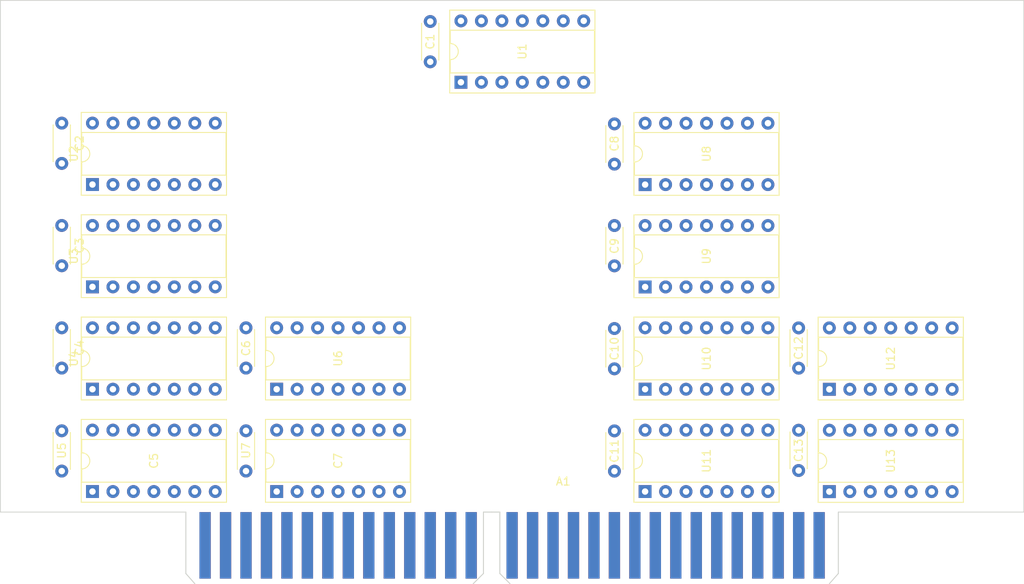
<source format=kicad_pcb>
(kicad_pcb (version 20221018) (generator pcbnew)
  (layers (0 "F.Cu" signal) (31 "B.Cu" signal) (34 "B.Paste" user) (35 "F.Paste" user) (36 "B.SilkS" user "B.Silkscreen") (37 "F.SilkS" user "F.Silkscreen") (38 "B.Mask" user) (39 "F.Mask" user) (44 "Edge.Cuts" user))
  (net 0 "")
  (net 1 "+5V")
  (net 2 "GND")
  (net 3 "Net-(U2-Pad3)")
  (net 4 "Net-(U2-Pad6)")
  (net 5 "Net-(U2-Pad8)")
  (net 6 "Net-(U2-Pad11)")
  (net 7 "Net-(U3-Pad3)")
  (net 8 "Net-(U3-Pad6)")
  (net 9 "Net-(U3-Pad8)")
  (net 10 "Net-(U3-Pad11)")
  (net 11 "Net-(U4-Pad3)")
  (net 12 "Net-(U4-Pad6)")
  (net 13 "Net-(U4-Pad8)")
  (net 14 "Net-(U4-Pad11)")
  (net 15 "/A_SEL")
  (net 16 "/MuxModule1/B_SEL")
  (net 19 "/MuxModule2/B_SEL")
  (net 20 "/B_SEL")
  (net 21 "Net-(U5-Pad3)")
  (net 22 "Net-(U5-Pad6)")
  (net 23 "Net-(U5-Pad8)")
  (net 24 "Net-(U5-Pad11)")
  (net 25 "Net-(U12-Pad1)")
  (net 26 "Net-(U12-Pad12)")
  (net 27 "Net-(U12-Pad13)")
  (net 28 "Net-(U12-Pad2)")
  (net 29 "Net-(U12-Pad9)")
  (net 30 "Net-(U12-Pad4)")
  (net 31 "Net-(U12-Pad5)")
  (net 32 "Net-(U12-Pad10)")
  (net 33 "Net-(U10-Pad3)")
  (net 34 "Net-(U10-Pad6)")
  (net 35 "Net-(U10-Pad8)")
  (net 36 "Net-(U10-Pad11)")
  (net 37 "Net-(U11-Pad3)")
  (net 38 "Net-(U11-Pad6)")
  (net 39 "Net-(U11-Pad8)")
  (net 40 "Net-(U11-Pad11)")
  (net 41 "/QA0")
  (net 42 "/QA1")
  (net 43 "/QA2")
  (net 44 "/QA3")
  (net 45 "/QA4")
  (net 46 "/QA5")
  (net 47 "/QA6")
  (net 48 "/QA7")
  (net 49 "/AA0")
  (net 50 "/AA1")
  (net 51 "/AA2")
  (net 52 "/AA3")
  (net 53 "/AA4")
  (net 54 "/AA5")
  (net 55 "/AA6")
  (net 56 "/AA7")
  (net 57 "/BA0")
  (net 58 "/BA1")
  (net 59 "/BA2")
  (net 60 "/BA3")
  (net 61 "/BA4")
  (net 62 "/BA5")
  (net 63 "/BA6")
  (net 64 "/BA7")
  (net 65 "/AB0")
  (net 66 "/AB1")
  (net 67 "/AB2")
  (net 68 "/AB3")
  (net 69 "/AB4")
  (net 70 "/AB5")
  (net 71 "/AB6")
  (net 72 "/AB7")
  (net 73 "/BB0")
  (net 74 "/BB1")
  (net 75 "/BB2")
  (net 76 "/BB3")
  (net 77 "/BB4")
  (net 78 "/BB5")
  (net 79 "/BB6")
  (net 80 "/BB7")
  (net 81 "/QB0")
  (net 82 "/QB1")
  (net 83 "/QB2")
  (net 84 "/QB3")
  (net 85 "/QB4")
  (net 86 "/QB5")
  (net 87 "/QB7")
  (net 88 "/QB6")
  (footprint "Package_DIP:DIP-14_W7.62mm_Socket" (layer "F.Cu") (at 186.685 111.75 90)
    (fp_text reference "U6" (at 3.81 7.62 90) (layer "F.SilkS"))
    (fp_text value "74HC00")
    (pad "1" thru_hole rect (at 0 0 90) (size 1.6 1.6) (drill 0.8) (layers "*.Cu" "*.Mask") (net 3 "Net-(U2-Pad3)"))
    (pad "2" thru_hole oval (at 0 2.54 90) (size 1.6 1.6) (drill 0.8) (layers "*.Cu" "*.Mask") (net 6 "Net-(U2-Pad11)"))
    (pad "3" thru_hole oval (at 0 5.08 90) (size 1.6 1.6) (drill 0.8) (layers "*.Cu" "*.Mask") (net 41 "/QA0"))
    (pad "4" thru_hole oval (at 0 7.62 90) (size 1.6 1.6) (drill 0.8) (layers "*.Cu" "*.Mask") (net 8 "Net-(U3-Pad6)"))
    (pad "5" thru_hole oval (at 0 10.16 90) (size 1.6 1.6) (drill 0.8) (layers "*.Cu" "*.Mask") (net 9 "Net-(U3-Pad8)"))
    (pad "6" thru_hole oval (at 0 12.7 90) (size 1.6 1.6) (drill 0.8) (layers "*.Cu" "*.Mask") (net 44 "/QA3"))
    (pad "7" thru_hole oval (at 0 15.24 90) (size 1.6 1.6) (drill 0.8) (layers "*.Cu" "*.Mask") (net 2 "GND"))
    (pad "8" thru_hole oval (at 7.62 15.24 90) (size 1.6 1.6) (drill 0.8) (layers "*.Cu" "*.Mask") (net 43 "/QA2"))
    (pad "9" thru_hole oval (at 7.62 12.7 90) (size 1.6 1.6) (drill 0.8) (layers "*.Cu" "*.Mask") (net 7 "Net-(U3-Pad3)"))
    (pad "10" thru_hole oval (at 7.62 10.16 90) (size 1.6 1.6) (drill 0.8) (layers "*.Cu" "*.Mask") (net 10 "Net-(U3-Pad11)"))
    (pad "11" thru_hole oval (at 7.62 7.62 90) (size 1.6 1.6) (drill 0.8) (layers "*.Cu" "*.Mask") (net 42 "/QA1"))
    (pad "12" thru_hole oval (at 7.62 5.08 90) (size 1.6 1.6) (drill 0.8) (layers "*.Cu" "*.Mask") (net 4 "Net-(U2-Pad6)"))
    (pad "13" thru_hole oval (at 7.62 2.54 90) (size 1.6 1.6) (drill 0.8) (layers "*.Cu" "*.Mask") (net 5 "Net-(U2-Pad8)"))
    (pad "14" thru_hole oval (at 7.62 0 90) (size 1.6 1.6) (drill 0.8) (layers "*.Cu" "*.Mask") (net 1 "+5V"))
  )
  (footprint "Capacitor_THT:C_Disc_D4.3mm_W1.9mm_P5.00mm" (layer "F.Cu") (at 205.74 66.12 -90)
    (fp_text reference "C1" (at 2.5 0 90) (layer "F.SilkS"))
    (fp_text value "0.1uF")
    (pad "1" thru_hole circle (at 0 0 270) (size 1.6 1.6) (drill 0.8) (layers "*.Cu" "*.Mask") (net 1 "+5V"))
    (pad "2" thru_hole circle (at 5 0 270) (size 1.6 1.6) (drill 0.8) (layers "*.Cu" "*.Mask") (net 2 "GND"))
  )
  (footprint "Package_DIP:DIP-14_W7.62mm_Socket" (layer "F.Cu") (at 232.41 99.06 90)
    (fp_text reference "U9" (at 3.81 7.62 90) (layer "F.SilkS"))
    (fp_text value "74HC00")
    (pad "1" thru_hole rect (at 0 0 90) (size 1.6 1.6) (drill 0.8) (layers "*.Cu" "*.Mask") (net 67 "/AB2"))
    (pad "2" thru_hole oval (at 0 2.54 90) (size 1.6 1.6) (drill 0.8) (layers "*.Cu" "*.Mask") (net 20 "/B_SEL"))
    (pad "3" thru_hole oval (at 0 5.08 90) (size 1.6 1.6) (drill 0.8) (layers "*.Cu" "*.Mask") (net 29 "Net-(U12-Pad9)"))
    (pad "4" thru_hole oval (at 0 7.62 90) (size 1.6 1.6) (drill 0.8) (layers "*.Cu" "*.Mask") (net 68 "/AB3"))
    (pad "5" thru_hole oval (at 0 10.16 90) (size 1.6 1.6) (drill 0.8) (layers "*.Cu" "*.Mask") (net 20 "/B_SEL"))
    (pad "6" thru_hole oval (at 0 12.7 90) (size 1.6 1.6) (drill 0.8) (layers "*.Cu" "*.Mask") (net 30 "Net-(U12-Pad4)"))
    (pad "7" thru_hole oval (at 0 15.24 90) (size 1.6 1.6) (drill 0.8) (layers "*.Cu" "*.Mask") (net 2 "GND"))
    (pad "8" thru_hole oval (at 7.62 15.24 90) (size 1.6 1.6) (drill 0.8) (layers "*.Cu" "*.Mask") (net 31 "Net-(U12-Pad5)"))
    (pad "9" thru_hole oval (at 7.62 12.7 90) (size 1.6 1.6) (drill 0.8) (layers "*.Cu" "*.Mask") (net 76 "/BB3"))
    (pad "10" thru_hole oval (at 7.62 10.16 90) (size 1.6 1.6) (drill 0.8) (layers "*.Cu" "*.Mask") (net 19 "/MuxModule2/B_SEL"))
    (pad "11" thru_hole oval (at 7.62 7.62 90) (size 1.6 1.6) (drill 0.8) (layers "*.Cu" "*.Mask") (net 32 "Net-(U12-Pad10)"))
    (pad "12" thru_hole oval (at 7.62 5.08 90) (size 1.6 1.6) (drill 0.8) (layers "*.Cu" "*.Mask") (net 75 "/BB2"))
    (pad "13" thru_hole oval (at 7.62 2.54 90) (size 1.6 1.6) (drill 0.8) (layers "*.Cu" "*.Mask") (net 19 "/MuxModule2/B_SEL"))
    (pad "14" thru_hole oval (at 7.62 0 90) (size 1.6 1.6) (drill 0.8) (layers "*.Cu" "*.Mask") (net 1 "+5V"))
  )
  (footprint "Package_DIP:DIP-14_W7.62mm_Socket" (layer "F.Cu") (at 232.41 86.36 90)
    (fp_text reference "U8" (at 3.81 7.62 90) (layer "F.SilkS"))
    (fp_text value "74HC00")
    (pad "1" thru_hole rect (at 0 0 90) (size 1.6 1.6) (drill 0.8) (layers "*.Cu" "*.Mask") (net 65 "/AB0"))
    (pad "2" thru_hole oval (at 0 2.54 90) (size 1.6 1.6) (drill 0.8) (layers "*.Cu" "*.Mask") (net 20 "/B_SEL"))
    (pad "3" thru_hole oval (at 0 5.08 90) (size 1.6 1.6) (drill 0.8) (layers "*.Cu" "*.Mask") (net 25 "Net-(U12-Pad1)"))
    (pad "4" thru_hole oval (at 0 7.62 90) (size 1.6 1.6) (drill 0.8) (layers "*.Cu" "*.Mask") (net 66 "/AB1"))
    (pad "5" thru_hole oval (at 0 10.16 90) (size 1.6 1.6) (drill 0.8) (layers "*.Cu" "*.Mask") (net 20 "/B_SEL"))
    (pad "6" thru_hole oval (at 0 12.7 90) (size 1.6 1.6) (drill 0.8) (layers "*.Cu" "*.Mask") (net 26 "Net-(U12-Pad12)"))
    (pad "7" thru_hole oval (at 0 15.24 90) (size 1.6 1.6) (drill 0.8) (layers "*.Cu" "*.Mask") (net 2 "GND"))
    (pad "8" thru_hole oval (at 7.62 15.24 90) (size 1.6 1.6) (drill 0.8) (layers "*.Cu" "*.Mask") (net 27 "Net-(U12-Pad13)"))
    (pad "9" thru_hole oval (at 7.62 12.7 90) (size 1.6 1.6) (drill 0.8) (layers "*.Cu" "*.Mask") (net 74 "/BB1"))
    (pad "10" thru_hole oval (at 7.62 10.16 90) (size 1.6 1.6) (drill 0.8) (layers "*.Cu" "*.Mask") (net 19 "/MuxModule2/B_SEL"))
    (pad "11" thru_hole oval (at 7.62 7.62 90) (size 1.6 1.6) (drill 0.8) (layers "*.Cu" "*.Mask") (net 28 "Net-(U12-Pad2)"))
    (pad "12" thru_hole oval (at 7.62 5.08 90) (size 1.6 1.6) (drill 0.8) (layers "*.Cu" "*.Mask") (net 73 "/BB0"))
    (pad "13" thru_hole oval (at 7.62 2.54 90) (size 1.6 1.6) (drill 0.8) (layers "*.Cu" "*.Mask") (net 19 "/MuxModule2/B_SEL"))
    (pad "14" thru_hole oval (at 7.62 0 90) (size 1.6 1.6) (drill 0.8) (layers "*.Cu" "*.Mask") (net 1 "+5V"))
  )
  (footprint "Capacitor_THT:C_Disc_D4.3mm_W1.9mm_P5.00mm" (layer "F.Cu") (at 182.875 109.13 90)
    (fp_text reference "C6" (at 2.46 0 90) (layer "F.SilkS"))
    (fp_text value "0.1uF")
    (pad "1" thru_hole circle (at 0 0 90) (size 1.6 1.6) (drill 0.8) (layers "*.Cu" "*.Mask") (net 1 "+5V"))
    (pad "2" thru_hole circle (at 5 0 90) (size 1.6 1.6) (drill 0.8) (layers "*.Cu" "*.Mask") (net 2 "GND"))
  )
  (footprint "Package_DIP:DIP-14_W7.62mm_Socket" (layer "F.Cu") (at 255.27 124.46 90)
    (fp_text reference "U13" (at 3.81 7.62 90) (layer "F.SilkS"))
    (fp_text value "74HC00")
    (pad "1" thru_hole rect (at 0 0 90) (size 1.6 1.6) (drill 0.8) (layers "*.Cu" "*.Mask") (net 33 "Net-(U10-Pad3)"))
    (pad "2" thru_hole oval (at 0 2.54 90) (size 1.6 1.6) (drill 0.8) (layers "*.Cu" "*.Mask") (net 36 "Net-(U10-Pad11)"))
    (pad "3" thru_hole oval (at 0 5.08 90) (size 1.6 1.6) (drill 0.8) (layers "*.Cu" "*.Mask") (net 85 "/QB4"))
    (pad "4" thru_hole oval (at 0 7.62 90) (size 1.6 1.6) (drill 0.8) (layers "*.Cu" "*.Mask") (net 38 "Net-(U11-Pad6)"))
    (pad "5" thru_hole oval (at 0 10.16 90) (size 1.6 1.6) (drill 0.8) (layers "*.Cu" "*.Mask") (net 39 "Net-(U11-Pad8)"))
    (pad "6" thru_hole oval (at 0 12.7 90) (size 1.6 1.6) (drill 0.8) (layers "*.Cu" "*.Mask") (net 87 "/QB7"))
    (pad "7" thru_hole oval (at 0 15.24 90) (size 1.6 1.6) (drill 0.8) (layers "*.Cu" "*.Mask") (net 2 "GND"))
    (pad "8" thru_hole oval (at 7.62 15.24 90) (size 1.6 1.6) (drill 0.8) (layers "*.Cu" "*.Mask") (net 88 "/QB6"))
    (pad "9" thru_hole oval (at 7.62 12.7 90) (size 1.6 1.6) (drill 0.8) (layers "*.Cu" "*.Mask") (net 37 "Net-(U11-Pad3)"))
    (pad "10" thru_hole oval (at 7.62 10.16 90) (size 1.6 1.6) (drill 0.8) (layers "*.Cu" "*.Mask") (net 40 "Net-(U11-Pad11)"))
    (pad "11" thru_hole oval (at 7.62 7.62 90) (size 1.6 1.6) (drill 0.8) (layers "*.Cu" "*.Mask") (net 86 "/QB5"))
    (pad "12" thru_hole oval (at 7.62 5.08 90) (size 1.6 1.6) (drill 0.8) (layers "*.Cu" "*.Mask") (net 34 "Net-(U10-Pad6)"))
    (pad "13" thru_hole oval (at 7.62 2.54 90) (size 1.6 1.6) (drill 0.8) (layers "*.Cu" "*.Mask") (net 35 "Net-(U10-Pad8)"))
    (pad "14" thru_hole oval (at 7.62 0 90) (size 1.6 1.6) (drill 0.8) (layers "*.Cu" "*.Mask") (net 1 "+5V"))
  )
  (footprint "Connector_Nandy:EDAC_395-DualMux-CardEdge" (layer "F.Cu") (at 215.9 127)
    (fp_text reference "A1" (at 6.345 -3.81 unlocked) (layer "F.SilkS"))
    (fp_text value "~")
    (fp_line (start -40.4876 0) (end -40.4876 7.62) (stroke (width 0.12)) (layer "Edge.Cuts"))
    (fp_line (start -40.4876 7.62) (end -39.37 8.89) (stroke (width 0.12)) (layer "Edge.Cuts"))
    (fp_line (start -3.556 0) (end -3.556 7.62) (stroke (width 0.12)) (layer "Edge.Cuts"))
    (fp_line (start -3.556 7.62) (end -4.826 8.89) (stroke (width 0.12)) (layer "Edge.Cuts"))
    (fp_line (start -2.54 0) (end -3.556 0) (stroke (width 0.12)) (layer "Edge.Cuts"))
    (fp_line (start -2.54 0) (end -1.524 0) (stroke (width 0.12)) (layer "Edge.Cuts"))
    (fp_line (start -1.524 0) (end -1.524 7.62) (stroke (width 0.12)) (layer "Edge.Cuts"))
    (fp_line (start -1.524 7.62) (end -0.254 8.89) (stroke (width 0.12)) (layer "Edge.Cuts"))
    (fp_line (start 39.37 8.89) (end 40.4876 7.62) (stroke (width 0.12)) (layer "Edge.Cuts"))
    (fp_line (start 40.4876 0) (end 40.4876 7.62) (stroke (width 0.12)) (layer "Edge.Cuts"))
    (pad "1" connect rect (at -38.1 4.1275 180) (size 1.4 8.255) (layers "B.Cu" "B.Mask") (net 1 "+5V"))
    (pad "2" connect rect (at -38.1 4.1275) (size 1.4 8.255) (layers "F.Cu" "F.Mask") (net 2 "GND"))
    (pad "3" connect rect (at -35.56 4.1275 180) (size 1.4 8.255) (layers "B.Cu" "B.Mask") (net 49 "/AA0"))
    (pad "4" connect rect (at -35.56 4.1275) (size 1.4 8.255) (layers "F.Cu" "F.Mask") (net 50 "/AA1"))
    (pad "5" connect rect (at -33.02 4.1275 180) (size 1.4 8.255) (layers "B.Cu" "B.Mask") (net 51 "/AA2"))
    (pad "6" connect rect (at -33.02 4.1275) (size 1.4 8.255) (layers "F.Cu" "F.Mask") (net 52 "/AA3"))
    (pad "7" connect rect (at -30.48 4.1275 180) (size 1.4 8.255) (layers "B.Cu" "B.Mask") (net 53 "/AA4"))
    (pad "8" connect rect (at -30.48 4.1275) (size 1.4 8.255) (layers "F.Cu" "F.Mask") (net 54 "/AA5"))
    (pad "9" connect rect (at -27.94 4.1275 180) (size 1.4 8.255) (layers "B.Cu" "B.Mask") (net 55 "/AA6"))
    (pad "10" connect rect (at -27.94 4.1275) (size 1.4 8.255) (layers "F.Cu" "F.Mask") (net 56 "/AA7"))
    (pad "11" connect rect (at -25.4 4.1275 180) (size 1.4 8.255) (layers "B.Cu" "B.Mask") (net 57 "/BA0"))
    (pad "12" connect rect (at -25.4 4.1275) (size 1.4 8.255) (layers "F.Cu" "F.Mask") (net 58 "/BA1"))
    (pad "13" connect rect (at -22.86 4.1275 180) (size 1.4 8.255) (layers "B.Cu" "B.Mask") (net 59 "/BA2"))
    (pad "14" connect rect (at -22.86 4.1275) (size 1.4 8.255) (layers "F.Cu" "F.Mask") (net 60 "/BA3"))
    (pad "15" connect rect (at -20.32 4.1275 180) (size 1.4 8.255) (layers "B.Cu" "B.Mask") (net 61 "/BA4"))
    (pad "16" connect rect (at -20.32 4.1275) (size 1.4 8.255) (layers "F.Cu" "F.Mask") (net 62 "/BA5"))
    (pad "17" connect rect (at -17.78 4.1275 180) (size 1.4 8.255) (layers "B.Cu" "B.Mask") (net 63 "/BA6"))
    (pad "18" connect rect (at -17.78 4.1275) (size 1.4 8.255) (layers "F.Cu" "F.Mask") (net 64 "/BA7"))
    (pad "19" connect rect (at -15.24 4.1275 180) (size 1.4 8.255) (layers "B.Cu" "B.Mask") (net 15 "/A_SEL"))
    (pad "20" connect rect (at -15.24 4.1275) (size 1.4 8.255) (layers "F.Cu" "F.Mask") (net 2 "GND"))
    (pad "21" connect rect (at -12.7 4.1275 180) (size 1.4 8.255) (layers "B.Cu" "B.Mask") (net 41 "/QA0"))
    (pad "22" connect rect (at -12.7 4.1275) (size 1.4 8.255) (layers "F.Cu" "F.Mask") (net 42 "/QA1"))
    (pad "23" connect rect (at -10.16 4.1275 180) (size 1.4 8.255) (layers "B.Cu" "B.Mask") (net 43 "/QA2"))
    (pad "24" connect rect (at -10.16 4.1275) (size 1.4 8.255) (layers "F.Cu" "F.Mask") (net 44 "/QA3"))
    (pad "25" connect rect (at -7.62 4.1275 180) (size 1.4 8.255) (layers "B.Cu" "B.Mask") (net 45 "/QA4"))
    (pad "26" connect rect (at -7.62 4.1275) (size 1.4 8.255) (layers "F.Cu" "F.Mask") (net 46 "/QA5"))
    (pad "27" connect rect (at -5.08 4.1275 180) (size 1.4 8.255) (layers "B.Cu" "B.Mask") (net 47 "/QA6"))
    (pad "28" connect rect (at -5.08 4.1275) (size 1.4 8.255) (layers "F.Cu" "F.Mask") (net 48 "/QA7"))
    (pad "31" connect rect (at 0 4.1275 180) (size 1.4 8.255) (layers "B.Cu" "B.Mask") (net 1 "+5V"))
    (pad "32" connect rect (at 0 4.1275) (size 1.4 8.255) (layers "F.Cu" "F.Mask") (net 2 "GND"))
    (pad "33" connect rect (at 2.54 4.1275 180) (size 1.4 8.255) (layers "B.Cu" "B.Mask") (net 65 "/AB0"))
    (pad "34" connect rect (at 2.54 4.1275) (size 1.4 8.255) (layers "F.Cu" "F.Mask") (net 66 "/AB1"))
    (pad "35" connect rect (at 5.08 4.1275 180) (size 1.4 8.255) (layers "B.Cu" "B.Mask") (net 67 "/AB2"))
    (pad "36" connect rect (at 5.08 4.1275) (size 1.4 8.255) (layers "F.Cu" "F.Mask") (net 68 "/AB3"))
    (pad "37" connect rect (at 7.62 4.1275 180) (size 1.4 8.255) (layers "B.Cu" "B.Mask") (net 69 "/AB4"))
    (pad "38" connect rect (at 7.62 4.1275) (size 1.4 8.255) (layers "F.Cu" "F.Mask") (net 70 "/AB5"))
    (pad "39" connect rect (at 10.16 4.1275 180) (size 1.4 8.255) (layers "B.Cu" "B.Mask") (net 71 "/AB6"))
    (pad "40" connect rect (at 10.16 4.1275) (size 1.4 8.255) (layers "F.Cu" "F.Mask") (net 72 "/AB7"))
    (pad "41" connect rect (at 12.7 4.1275 180) (size 1.4 8.255) (layers "B.Cu" "B.Mask") (net 73 "/BB0"))
    (pad "42" connect rect (at 12.7 4.1275) (size 1.4 8.255) (layers "F.Cu" "F.Mask") (net 74 "/BB1"))
    (pad "43" connect rect (at 15.24 4.1275 180) (size 1.4 8.255) (layers "B.Cu" "B.Mask") (net 75 "/BB2"))
    (pad "44" connect rect (at 15.24 4.1275) (size 1.4 8.255) (layers "F.Cu" "F.Mask") (net 76 "/BB3"))
    (pad "45" connect rect (at 17.78 4.1275 180) (size 1.4 8.255) (layers "B.Cu" "B.Mask") (net 77 "/BB4"))
    (pad "46" connect rect (at 17.78 4.1275) (size 1.4 8.255) (layers "F.Cu" "F.Mask") (net 78 "/BB5"))
    (pad "47" connect rect (at 20.32 4.1275 180) (size 1.4 8.255) (layers "B.Cu" "B.Mask") (net 79 "/BB6"))
    (pad "48" connect rect (at 20.32 4.1275) (size 1.4 8.255) (layers "F.Cu" "F.Mask") (net 80 "/BB7"))
    (pad "49" connect rect (at 22.86 4.1275 180) (size 1.4 8.255) (layers "B.Cu" "B.Mask") (net 20 "/B_SEL"))
    (pad "50" connect rect (at 22.86 4.1275) (size 1.4 8.255) (layers "F.Cu" "F.Mask") (net 2 "GND"))
    (pad "51" connect rect (at 25.4 4.1275 180) (size 1.4 8.255) (layers "B.Cu" "B.Mask") (net 1 "+5V"))
    (pad "52" connect rect (at 25.4 4.1275) (size 1.4 8.255) (layers "F.Cu" "F.Mask") (net 2 "GND"))
    (pad "53" connect rect (at 27.94 4.1275 180) (size 1.4 8.255) (layers "B.Cu" "B.Mask") (net 81 "/QB0"))
    (pad "54" connect rect (at 27.94 4.1275) (size 1.4 8.255) (layers "F.Cu" "F.Mask") (net 82 "/QB1"))
    (pad "55" connect rect (at 30.48 4.1275 180) (size 1.4 8.255) (layers "B.Cu" "B.Mask") (net 83 "/QB2"))
    (pad "56" connect rect (at 30.48 4.1275) (size 1.4 8.255) (layers "F.Cu" "F.Mask") (net 84 "/QB3"))
    (pad "57" connect rect (at 33.02 4.1275 180) (size 1.4 8.255) (layers "B.Cu" "B.Mask") (net 85 "/QB4"))
    (pad "58" connect rect (at 33.02 4.1275) (size 1.4 8.255) (layers "F.Cu" "F.Mask") (net 86 "/QB5"))
    (pad "59" connect rect (at 35.56 4.1275 180) (size 1.4 8.255) (layers "B.Cu" "B.Mask") (net 88 "/QB6"))
    (pad "60" connect rect (at 35.56 4.1275) (size 1.4 8.255) (layers "F.Cu" "F.Mask") (net 87 "/QB7"))
    (pad "61" connect rect (at 38.1 4.1275 180) (size 1.4 8.255) (layers "B.Cu" "B.Mask") (net 1 "+5V"))
    (pad "62" connect rect (at 38.1 4.1275) (size 1.4 8.255) (layers "F.Cu" "F.Mask") (net 2 "GND"))
  )
  (footprint "Package_DIP:DIP-14_W7.62mm_Socket" (layer "F.Cu") (at 209.55 73.66 90)
    (fp_text reference "U1" (at 3.81 7.62 90) (layer "F.SilkS"))
    (fp_text value "74HC00")
    (pad "1" thru_hole rect (at 0 0 90) (size 1.6 1.6) (drill 0.8) (layers "*.Cu" "*.Mask") (net 15 "/A_SEL"))
    (pad "2" thru_hole oval (at 0 2.54 90) (size 1.6 1.6) (drill 0.8) (layers "*.Cu" "*.Mask") (net 1 "+5V"))
    (pad "3" thru_hole oval (at 0 5.08 90) (size 1.6 1.6) (drill 0.8) (layers "*.Cu" "*.Mask") (net 16 "/MuxModule1/B_SEL"))
    (pad "4" thru_hole oval (at 0 7.62 90) (size 1.6 1.6) (drill 0.8) (layers "*.Cu" "*.Mask") (net 1 "+5V"))
    (pad "5" thru_hole oval (at 0 10.16 90) (size 1.6 1.6) (drill 0.8) (layers "*.Cu" "*.Mask") (net 1 "+5V"))
    (pad "6" thru_hole oval (at 0 12.7 90) (size 1.6 1.6) (drill 0.8) (layers "*.Cu" "*.Mask"))
    (pad "7" thru_hole oval (at 0 15.24 90) (size 1.6 1.6) (drill 0.8) (layers "*.Cu" "*.Mask") (net 2 "GND"))
    (pad "8" thru_hole oval (at 7.62 15.24 90) (size 1.6 1.6) (drill 0.8) (layers "*.Cu" "*.Mask"))
    (pad "9" thru_hole oval (at 7.62 12.7 90) (size 1.6 1.6) (drill 0.8) (layers "*.Cu" "*.Mask") (net 1 "+5V"))
    (pad "10" thru_hole oval (at 7.62 10.16 90) (size 1.6 1.6) (drill 0.8) (layers "*.Cu" "*.Mask") (net 1 "+5V"))
    (pad "11" thru_hole oval (at 7.62 7.62 90) (size 1.6 1.6) (drill 0.8) (layers "*.Cu" "*.Mask") (net 19 "/MuxModule2/B_SEL"))
    (pad "12" thru_hole oval (at 7.62 5.08 90) (size 1.6 1.6) (drill 0.8) (layers "*.Cu" "*.Mask") (net 20 "/B_SEL"))
    (pad "13" thru_hole oval (at 7.62 2.54 90) (size 1.6 1.6) (drill 0.8) (layers "*.Cu" "*.Mask") (net 1 "+5V"))
    (pad "14" thru_hole oval (at 7.62 0 90) (size 1.6 1.6) (drill 0.8) (layers "*.Cu" "*.Mask") (net 1 "+5V"))
  )
  (footprint "Capacitor_THT:C_Disc_D4.3mm_W1.9mm_P5.00mm" (layer "F.Cu") (at 160.015 116.91 -90)
    (fp_text reference "C5" (at 3.73 -11.43 90) (layer "F.SilkS"))
    (fp_text value "0.1uF")
    (pad "1" thru_hole circle (at 0 0 270) (size 1.6 1.6) (drill 0.8) (layers "*.Cu" "*.Mask") (net 1 "+5V"))
    (pad "2" thru_hole circle (at 5 0 270) (size 1.6 1.6) (drill 0.8) (layers "*.Cu" "*.Mask") (net 2 "GND"))
  )
  (footprint "Capacitor_THT:C_Disc_D4.3mm_W1.9mm_P5.00mm" (layer "F.Cu") (at 251.46 109.14 90)
    (fp_text reference "C12" (at 2.5 0 90) (layer "F.SilkS"))
    (fp_text value "0.1uF")
    (pad "1" thru_hole circle (at 0 0 90) (size 1.6 1.6) (drill 0.8) (layers "*.Cu" "*.Mask") (net 1 "+5V"))
    (pad "2" thru_hole circle (at 5 0 90) (size 1.6 1.6) (drill 0.8) (layers "*.Cu" "*.Mask") (net 2 "GND"))
  )
  (footprint "Capacitor_THT:C_Disc_D4.3mm_W1.9mm_P5.00mm" (layer "F.Cu") (at 160.015 104.13 -90)
    (fp_text reference "C4" (at 2.5 -2.2 90) (layer "F.SilkS"))
    (fp_text value "0.1uF")
    (pad "1" thru_hole circle (at 0 0 270) (size 1.6 1.6) (drill 0.8) (layers "*.Cu" "*.Mask") (net 1 "+5V"))
    (pad "2" thru_hole circle (at 5 0 270) (size 1.6 1.6) (drill 0.8) (layers "*.Cu" "*.Mask") (net 2 "GND"))
  )
  (footprint "Package_DIP:DIP-14_W7.62mm_Socket" (layer "F.Cu") (at 163.825 86.35 90)
    (fp_text reference "U2" (at 3.81 -2.33 90) (layer "F.SilkS"))
    (fp_text value "74HC00")
    (pad "1" thru_hole rect (at 0 0 90) (size 1.6 1.6) (drill 0.8) (layers "*.Cu" "*.Mask") (net 49 "/AA0"))
    (pad "2" thru_hole oval (at 0 2.54 90) (size 1.6 1.6) (drill 0.8) (layers "*.Cu" "*.Mask") (net 15 "/A_SEL"))
    (pad "3" thru_hole oval (at 0 5.08 90) (size 1.6 1.6) (drill 0.8) (layers "*.Cu" "*.Mask") (net 3 "Net-(U2-Pad3)"))
    (pad "4" thru_hole oval (at 0 7.62 90) (size 1.6 1.6) (drill 0.8) (layers "*.Cu" "*.Mask") (net 50 "/AA1"))
    (pad "5" thru_hole oval (at 0 10.16 90) (size 1.6 1.6) (drill 0.8) (layers "*.Cu" "*.Mask") (net 15 "/A_SEL"))
    (pad "6" thru_hole oval (at 0 12.7 90) (size 1.6 1.6) (drill 0.8) (layers "*.Cu" "*.Mask") (net 4 "Net-(U2-Pad6)"))
    (pad "7" thru_hole oval (at 0 15.24 90) (size 1.6 1.6) (drill 0.8) (layers "*.Cu" "*.Mask") (net 2 "GND"))
    (pad "8" thru_hole oval (at 7.62 15.24 90) (size 1.6 1.6) (drill 0.8) (layers "*.Cu" "*.Mask") (net 5 "Net-(U2-Pad8)"))
    (pad "9" thru_hole oval (at 7.62 12.7 90) (size 1.6 1.6) (drill 0.8) (layers "*.Cu" "*.Mask") (net 58 "/BA1"))
    (pad "10" thru_hole oval (at 7.62 10.16 90) (size 1.6 1.6) (drill 0.8) (layers "*.Cu" "*.Mask") (net 16 "/MuxModule1/B_SEL"))
    (pad "11" thru_hole oval (at 7.62 7.62 90) (size 1.6 1.6) (drill 0.8) (layers "*.Cu" "*.Mask") (net 6 "Net-(U2-Pad11)"))
    (pad "12" thru_hole oval (at 7.62 5.08 90) (size 1.6 1.6) (drill 0.8) (layers "*.Cu" "*.Mask") (net 57 "/BA0"))
    (pad "13" thru_hole oval (at 7.62 2.54 90) (size 1.6 1.6) (drill 0.8) (layers "*.Cu" "*.Mask") (net 16 "/MuxModule1/B_SEL"))
    (pad "14" thru_hole oval (at 7.62 0 90) (size 1.6 1.6) (drill 0.8) (layers "*.Cu" "*.Mask") (net 1 "+5V"))
  )
  (footprint "Capacitor_THT:C_Disc_D4.3mm_W1.9mm_P5.00mm" (layer "F.Cu") (at 160.015 78.73 -90)
    (fp_text reference "C2" (at 2.5 -2.2 90) (layer "F.SilkS"))
    (fp_text value "0.1uF")
    (pad "1" thru_hole circle (at 0 0 270) (size 1.6 1.6) (drill 0.8) (layers "*.Cu" "*.Mask") (net 1 "+5V"))
    (pad "2" thru_hole circle (at 5 0 270) (size 1.6 1.6) (drill 0.8) (layers "*.Cu" "*.Mask") (net 2 "GND"))
  )
  (footprint "Package_DIP:DIP-14_W7.62mm_Socket" (layer "F.Cu") (at 232.405 111.75 90)
    (fp_text reference "U10" (at 3.8 7.625 90) (layer "F.SilkS"))
    (fp_text value "74HC00")
    (pad "1" thru_hole rect (at 0 0 90) (size 1.6 1.6) (drill 0.8) (layers "*.Cu" "*.Mask") (net 69 "/AB4"))
    (pad "2" thru_hole oval (at 0 2.54 90) (size 1.6 1.6) (drill 0.8) (layers "*.Cu" "*.Mask") (net 20 "/B_SEL"))
    (pad "3" thru_hole oval (at 0 5.08 90) (size 1.6 1.6) (drill 0.8) (layers "*.Cu" "*.Mask") (net 33 "Net-(U10-Pad3)"))
    (pad "4" thru_hole oval (at 0 7.62 90) (size 1.6 1.6) (drill 0.8) (layers "*.Cu" "*.Mask") (net 70 "/AB5"))
    (pad "5" thru_hole oval (at 0 10.16 90) (size 1.6 1.6) (drill 0.8) (layers "*.Cu" "*.Mask") (net 20 "/B_SEL"))
    (pad "6" thru_hole oval (at 0 12.7 90) (size 1.6 1.6) (drill 0.8) (layers "*.Cu" "*.Mask") (net 34 "Net-(U10-Pad6)"))
    (pad "7" thru_hole oval (at 0 15.24 90) (size 1.6 1.6) (drill 0.8) (layers "*.Cu" "*.Mask") (net 2 "GND"))
    (pad "8" thru_hole oval (at 7.62 15.24 90) (size 1.6 1.6) (drill 0.8) (layers "*.Cu" "*.Mask") (net 35 "Net-(U10-Pad8)"))
    (pad "9" thru_hole oval (at 7.62 12.7 90) (size 1.6 1.6) (drill 0.8) (layers "*.Cu" "*.Mask") (net 78 "/BB5"))
    (pad "10" thru_hole oval (at 7.62 10.16 90) (size 1.6 1.6) (drill 0.8) (layers "*.Cu" "*.Mask") (net 19 "/MuxModule2/B_SEL"))
    (pad "11" thru_hole oval (at 7.62 7.62 90) (size 1.6 1.6) (drill 0.8) (layers "*.Cu" "*.Mask") (net 36 "Net-(U10-Pad11)"))
    (pad "12" thru_hole oval (at 7.62 5.08 90) (size 1.6 1.6) (drill 0.8) (layers "*.Cu" "*.Mask") (net 77 "/BB4"))
    (pad "13" thru_hole oval (at 7.62 2.54 90) (size 1.6 1.6) (drill 0.8) (layers "*.Cu" "*.Mask") (net 19 "/MuxModule2/B_SEL"))
    (pad "14" thru_hole oval (at 7.62 0 90) (size 1.6 1.6) (drill 0.8) (layers "*.Cu" "*.Mask") (net 1 "+5V"))
  )
  (footprint "Package_DIP:DIP-14_W7.62mm_Socket" (layer "F.Cu") (at 163.825 111.75 90)
    (fp_text reference "U4" (at 3.81 -2.33 90) (layer "F.SilkS"))
    (fp_text value "74HC00")
    (pad "1" thru_hole rect (at 0 0 90) (size 1.6 1.6) (drill 0.8) (layers "*.Cu" "*.Mask") (net 53 "/AA4"))
    (pad "2" thru_hole oval (at 0 2.54 90) (size 1.6 1.6) (drill 0.8) (layers "*.Cu" "*.Mask") (net 15 "/A_SEL"))
    (pad "3" thru_hole oval (at 0 5.08 90) (size 1.6 1.6) (drill 0.8) (layers "*.Cu" "*.Mask") (net 11 "Net-(U4-Pad3)"))
    (pad "4" thru_hole oval (at 0 7.62 90) (size 1.6 1.6) (drill 0.8) (layers "*.Cu" "*.Mask") (net 54 "/AA5"))
    (pad "5" thru_hole oval (at 0 10.16 90) (size 1.6 1.6) (drill 0.8) (layers "*.Cu" "*.Mask") (net 15 "/A_SEL"))
    (pad "6" thru_hole oval (at 0 12.7 90) (size 1.6 1.6) (drill 0.8) (layers "*.Cu" "*.Mask") (net 12 "Net-(U4-Pad6)"))
    (pad "7" thru_hole oval (at 0 15.24 90) (size 1.6 1.6) (drill 0.8) (layers "*.Cu" "*.Mask") (net 2 "GND"))
    (pad "8" thru_hole oval (at 7.62 15.24 90) (size 1.6 1.6) (drill 0.8) (layers "*.Cu" "*.Mask") (net 13 "Net-(U4-Pad8)"))
    (pad "9" thru_hole oval (at 7.62 12.7 90) (size 1.6 1.6) (drill 0.8) (layers "*.Cu" "*.Mask") (net 62 "/BA5"))
    (pad "10" thru_hole oval (at 7.62 10.16 90) (size 1.6 1.6) (drill 0.8) (layers "*.Cu" "*.Mask") (net 16 "/MuxModule1/B_SEL"))
    (pad "11" thru_hole oval (at 7.62 7.62 90) (size 1.6 1.6) (drill 0.8) (layers "*.Cu" "*.Mask") (net 14 "Net-(U4-Pad11)"))
    (pad "12" thru_hole oval (at 7.62 5.08 90) (size 1.6 1.6) (drill 0.8) (layers "*.Cu" "*.Mask") (net 61 "/BA4"))
    (pad "13" thru_hole oval (at 7.62 2.54 90) (size 1.6 1.6) (drill 0.8) (layers "*.Cu" "*.Mask") (net 16 "/MuxModule1/B_SEL"))
    (pad "14" thru_hole oval (at 7.62 0 90) (size 1.6 1.6) (drill 0.8) (layers "*.Cu" "*.Mask") (net 1 "+5V"))
  )
  (footprint "Package_DIP:DIP-14_W7.62mm_Socket" (layer "F.Cu") (at 232.405 124.45 90)
    (fp_text reference "U11" (at 3.81 7.625 90) (layer "F.SilkS"))
    (fp_text value "74HC00")
    (pad "1" thru_hole rect (at 0 0 90) (size 1.6 1.6) (drill 0.8) (layers "*.Cu" "*.Mask") (net 71 "/AB6"))
    (pad "2" thru_hole oval (at 0 2.54 90) (size 1.6 1.6) (drill 0.8) (layers "*.Cu" "*.Mask") (net 20 "/B_SEL"))
    (pad "3" thru_hole oval (at 0 5.08 90) (size 1.6 1.6) (drill 0.8) (layers "*.Cu" "*.Mask") (net 37 "Net-(U11-Pad3)"))
    (pad "4" thru_hole oval (at 0 7.62 90) (size 1.6 1.6) (drill 0.8) (layers "*.Cu" "*.Mask") (net 72 "/AB7"))
    (pad "5" thru_hole oval (at 0 10.16 90) (size 1.6 1.6) (drill 0.8) (layers "*.Cu" "*.Mask") (net 20 "/B_SEL"))
    (pad "6" thru_hole oval (at 0 12.7 90) (size 1.6 1.6) (drill 0.8) (layers "*.Cu" "*.Mask") (net 38 "Net-(U11-Pad6)"))
    (pad "7" thru_hole oval (at 0 15.24 90) (size 1.6 1.6) (drill 0.8) (layers "*.Cu" "*.Mask") (net 2 "GND"))
    (pad "8" thru_hole oval (at 7.62 15.24 90) (size 1.6 1.6) (drill 0.8) (layers "*.Cu" "*.Mask") (net 39 "Net-(U11-Pad8)"))
    (pad "9" thru_hole oval (at 7.62 12.7 90) (size 1.6 1.6) (drill 0.8) (layers "*.Cu" "*.Mask") (net 80 "/BB7"))
    (pad "10" thru_hole oval (at 7.62 10.16 90) (size 1.6 1.6) (drill 0.8) (layers "*.Cu" "*.Mask") (net 19 "/MuxModule2/B_SEL"))
    (pad "11" thru_hole oval (at 7.62 7.62 90) (size 1.6 1.6) (drill 0.8) (layers "*.Cu" "*.Mask") (net 40 "Net-(U11-Pad11)"))
    (pad "12" thru_hole oval (at 7.62 5.08 90) (size 1.6 1.6) (drill 0.8) (layers "*.Cu" "*.Mask") (net 79 "/BB6"))
    (pad "13" thru_hole oval (at 7.62 2.54 90) (size 1.6 1.6) (drill 0.8) (layers "*.Cu" "*.Mask") (net 19 "/MuxModule2/B_SEL"))
    (pad "14" thru_hole oval (at 7.62 0 90) (size 1.6 1.6) (drill 0.8) (layers "*.Cu" "*.Mask") (net 1 "+5V"))
  )
  (footprint "Package_DIP:DIP-14_W7.62mm_Socket" (layer "F.Cu") (at 255.27 111.76 90)
    (fp_text reference "U12" (at 3.81 7.62 90) (layer "F.SilkS"))
    (fp_text value "74HC00")
    (pad "1" thru_hole rect (at 0 0 90) (size 1.6 1.6) (drill 0.8) (layers "*.Cu" "*.Mask") (net 25 "Net-(U12-Pad1)"))
    (pad "2" thru_hole oval (at 0 2.54 90) (size 1.6 1.6) (drill 0.8) (layers "*.Cu" "*.Mask") (net 28 "Net-(U12-Pad2)"))
    (pad "3" thru_hole oval (at 0 5.08 90) (size 1.6 1.6) (drill 0.8) (layers "*.Cu" "*.Mask") (net 81 "/QB0"))
    (pad "4" thru_hole oval (at 0 7.62 90) (size 1.6 1.6) (drill 0.8) (layers "*.Cu" "*.Mask") (net 30 "Net-(U12-Pad4)"))
    (pad "5" thru_hole oval (at 0 10.16 90) (size 1.6 1.6) (drill 0.8) (layers "*.Cu" "*.Mask") (net 31 "Net-(U12-Pad5)"))
    (pad "6" thru_hole oval (at 0 12.7 90) (size 1.6 1.6) (drill 0.8) (layers "*.Cu" "*.Mask") (net 84 "/QB3"))
    (pad "7" thru_hole oval (at 0 15.24 90) (size 1.6 1.6) (drill 0.8) (layers "*.Cu" "*.Mask") (net 2 "GND"))
    (pad "8" thru_hole oval (at 7.62 15.24 90) (size 1.6 1.6) (drill 0.8) (layers "*.Cu" "*.Mask") (net 83 "/QB2"))
    (pad "9" thru_hole oval (at 7.62 12.7 90) (size 1.6 1.6) (drill 0.8) (layers "*.Cu" "*.Mask") (net 29 "Net-(U12-Pad9)"))
    (pad "10" thru_hole oval (at 7.62 10.16 90) (size 1.6 1.6) (drill 0.8) (layers "*.Cu" "*.Mask") (net 32 "Net-(U12-Pad10)"))
    (pad "11" thru_hole oval (at 7.62 7.62 90) (size 1.6 1.6) (drill 0.8) (layers "*.Cu" "*.Mask") (net 82 "/QB1"))
    (pad "12" thru_hole oval (at 7.62 5.08 90) (size 1.6 1.6) (drill 0.8) (layers "*.Cu" "*.Mask") (net 26 "Net-(U12-Pad12)"))
    (pad "13" thru_hole oval (at 7.62 2.54 90) (size 1.6 1.6) (drill 0.8) (layers "*.Cu" "*.Mask") (net 27 "Net-(U12-Pad13)"))
    (pad "14" thru_hole oval (at 7.62 0 90) (size 1.6 1.6) (drill 0.8) (layers "*.Cu" "*.Mask") (net 1 "+5V"))
  )
  (footprint "Package_DIP:DIP-14_W7.62mm_Socket" (layer "F.Cu") (at 163.825 99.05 90)
    (fp_text reference "U3" (at 3.81 -2.33 90) (layer "F.SilkS"))
    (fp_text value "74HC00")
    (pad "1" thru_hole rect (at 0 0 90) (size 1.6 1.6) (drill 0.8) (layers "*.Cu" "*.Mask") (net 51 "/AA2"))
    (pad "2" thru_hole oval (at 0 2.54 90) (size 1.6 1.6) (drill 0.8) (layers "*.Cu" "*.Mask") (net 15 "/A_SEL"))
    (pad "3" thru_hole oval (at 0 5.08 90) (size 1.6 1.6) (drill 0.8) (layers "*.Cu" "*.Mask") (net 7 "Net-(U3-Pad3)"))
    (pad "4" thru_hole oval (at 0 7.62 90) (size 1.6 1.6) (drill 0.8) (layers "*.Cu" "*.Mask") (net 52 "/AA3"))
    (pad "5" thru_hole oval (at 0 10.16 90) (size 1.6 1.6) (drill 0.8) (layers "*.Cu" "*.Mask") (net 15 "/A_SEL"))
    (pad "6" thru_hole oval (at 0 12.7 90) (size 1.6 1.6) (drill 0.8) (layers "*.Cu" "*.Mask") (net 8 "Net-(U3-Pad6)"))
    (pad "7" thru_hole oval (at 0 15.24 90) (size 1.6 1.6) (drill 0.8) (layers "*.Cu" "*.Mask") (net 2 "GND"))
    (pad "8" thru_hole oval (at 7.62 15.24 90) (size 1.6 1.6) (drill 0.8) (layers "*.Cu" "*.Mask") (net 9 "Net-(U3-Pad8)"))
    (pad "9" thru_hole oval (at 7.62 12.7 90) (size 1.6 1.6) (drill 0.8) (layers "*.Cu" "*.Mask") (net 60 "/BA3"))
    (pad "10" thru_hole oval (at 7.62 10.16 90) (size 1.6 1.6) (drill 0.8) (layers "*.Cu" "*.Mask") (net 16 "/MuxModule1/B_SEL"))
    (pad "11" thru_hole oval (at 7.62 7.62 90) (size 1.6 1.6) (drill 0.8) (layers "*.Cu" "*.Mask") (net 10 "Net-(U3-Pad11)"))
    (pad "12" thru_hole oval (at 7.62 5.08 90) (size 1.6 1.6) (drill 0.8) (layers "*.Cu" "*.Mask") (net 59 "/BA2"))
    (pad "13" thru_hole oval (at 7.62 2.54 90) (size 1.6 1.6) (drill 0.8) (layers "*.Cu" "*.Mask") (net 16 "/MuxModule1/B_SEL"))
    (pad "14" thru_hole oval (at 7.62 0 90) (size 1.6 1.6) (drill 0.8) (layers "*.Cu" "*.Mask") (net 1 "+5V"))
  )
  (footprint "Capacitor_THT:C_Disc_D4.3mm_W1.9mm_P5.00mm" (layer "F.Cu") (at 228.6 116.92 -90)
    (fp_text reference "C11" (at 2.5 0 90) (layer "F.SilkS"))
    (fp_text value "0.1uF")
    (pad "1" thru_hole circle (at 0 0 270) (size 1.6 1.6) (drill 0.8) (layers "*.Cu" "*.Mask") (net 1 "+5V"))
    (pad "2" thru_hole circle (at 5 0 270) (size 1.6 1.6) (drill 0.8) (layers "*.Cu" "*.Mask") (net 2 "GND"))
  )
  (footprint "Package_DIP:DIP-14_W7.62mm_Socket" (layer "F.Cu") (at 186.685 124.45 90)
    (fp_text reference "U7" (at 5.08 -3.81 90) (layer "F.SilkS"))
    (fp_text value "74HC00")
    (pad "1" thru_hole rect (at 0 0 90) (size 1.6 1.6) (drill 0.8) (layers "*.Cu" "*.Mask") (net 11 "Net-(U4-Pad3)"))
    (pad "2" thru_hole oval (at 0 2.54 90) (size 1.6 1.6) (drill 0.8) (layers "*.Cu" "*.Mask") (net 14 "Net-(U4-Pad11)"))
    (pad "3" thru_hole oval (at 0 5.08 90) (size 1.6 1.6) (drill 0.8) (layers "*.Cu" "*.Mask") (net 45 "/QA4"))
    (pad "4" thru_hole oval (at 0 7.62 90) (size 1.6 1.6) (drill 0.8) (layers "*.Cu" "*.Mask") (net 22 "Net-(U5-Pad6)"))
    (pad "5" thru_hole oval (at 0 10.16 90) (size 1.6 1.6) (drill 0.8) (layers "*.Cu" "*.Mask") (net 23 "Net-(U5-Pad8)"))
    (pad "6" thru_hole oval (at 0 12.7 90) (size 1.6 1.6) (drill 0.8) (layers "*.Cu" "*.Mask") (net 48 "/QA7"))
    (pad "7" thru_hole oval (at 0 15.24 90) (size 1.6 1.6) (drill 0.8) (layers "*.Cu" "*.Mask") (net 2 "GND"))
    (pad "8" thru_hole oval (at 7.62 15.24 90) (size 1.6 1.6) (drill 0.8) (layers "*.Cu" "*.Mask") (net 47 "/QA6"))
    (pad "9" thru_hole oval (at 7.62 12.7 90) (size 1.6 1.6) (drill 0.8) (layers "*.Cu" "*.Mask") (net 21 "Net-(U5-Pad3)"))
    (pad "10" thru_hole oval (at 7.62 10.16 90) (size 1.6 1.6) (drill 0.8) (layers "*.Cu" "*.Mask") (net 24 "Net-(U5-Pad11)"))
    (pad "11" thru_hole oval (at 7.62 7.62 90) (size 1.6 1.6) (drill 0.8) (layers "*.Cu" "*.Mask") (net 46 "/QA5"))
    (pad "12" thru_hole oval (at 7.62 5.08 90) (size 1.6 1.6) (drill 0.8) (layers "*.Cu" "*.Mask") (net 12 "Net-(U4-Pad6)"))
    (pad "13" thru_hole oval (at 7.62 2.54 90) (size 1.6 1.6) (drill 0.8) (layers "*.Cu" "*.Mask") (net 13 "Net-(U4-Pad8)"))
    (pad "14" thru_hole oval (at 7.62 0 90) (size 1.6 1.6) (drill 0.8) (layers "*.Cu" "*.Mask") (net 1 "+5V"))
  )
  (footprint "Package_DIP:DIP-14_W7.62mm_Socket" (layer "F.Cu") (at 163.825 124.45 90)
    (fp_text reference "U5" (at 5.08 -3.81 90) (layer "F.SilkS"))
    (fp_text value "74HC00")
    (pad "1" thru_hole rect (at 0 0 90) (size 1.6 1.6) (drill 0.8) (layers "*.Cu" "*.Mask") (net 55 "/AA6"))
    (pad "2" thru_hole oval (at 0 2.54 90) (size 1.6 1.6) (drill 0.8) (layers "*.Cu" "*.Mask") (net 15 "/A_SEL"))
    (pad "3" thru_hole oval (at 0 5.08 90) (size 1.6 1.6) (drill 0.8) (layers "*.Cu" "*.Mask") (net 21 "Net-(U5-Pad3)"))
    (pad "4" thru_hole oval (at 0 7.62 90) (size 1.6 1.6) (drill 0.8) (layers "*.Cu" "*.Mask") (net 56 "/AA7"))
    (pad "5" thru_hole oval (at 0 10.16 90) (size 1.6 1.6) (drill 0.8) (layers "*.Cu" "*.Mask") (net 15 "/A_SEL"))
    (pad "6" thru_hole oval (at 0 12.7 90) (size 1.6 1.6) (drill 0.8) (layers "*.Cu" "*.Mask") (net 22 "Net-(U5-Pad6)"))
    (pad "7" thru_hole oval (at 0 15.24 90) (size 1.6 1.6) (drill 0.8) (layers "*.Cu" "*.Mask") (net 2 "GND"))
    (pad "8" thru_hole oval (at 7.62 15.24 90) (size 1.6 1.6) (drill 0.8) (layers "*.Cu" "*.Mask") (net 23 "Net-(U5-Pad8)"))
    (pad "9" thru_hole oval (at 7.62 12.7 90) (size 1.6 1.6) (drill 0.8) (layers "*.Cu" "*.Mask") (net 64 "/BA7"))
    (pad "10" thru_hole oval (at 7.62 10.16 90) (size 1.6 1.6) (drill 0.8) (layers "*.Cu" "*.Mask") (net 16 "/MuxModule1/B_SEL"))
    (pad "11" thru_hole oval (at 7.62 7.62 90) (size 1.6 1.6) (drill 0.8) (layers "*.Cu" "*.Mask") (net 24 "Net-(U5-Pad11)"))
    (pad "12" thru_hole oval (at 7.62 5.08 90) (size 1.6 1.6) (drill 0.8) (layers "*.Cu" "*.Mask") (net 63 "/BA6"))
    (pad "13" thru_hole oval (at 7.62 2.54 90) (size 1.6 1.6) (drill 0.8) (layers "*.Cu" "*.Mask") (net 16 "/MuxModule1/B_SEL"))
    (pad "14" thru_hole oval (at 7.62 0 90) (size 1.6 1.6) (drill 0.8) (layers "*.Cu" "*.Mask") (net 1 "+5V"))
  )
  (footprint "Capacitor_THT:C_Disc_D4.3mm_W1.9mm_P5.00mm" (layer "F.Cu") (at 182.875 116.91 -90)
    (fp_text reference "C7" (at 3.73 -11.43 90) (layer "F.SilkS"))
    (fp_text value "0.1uF")
    (pad "1" thru_hole circle (at 0 0 270) (size 1.6 1.6) (drill 0.8) (layers "*.Cu" "*.Mask") (net 1 "+5V"))
    (pad "2" thru_hole circle (at 5 0 270) (size 1.6 1.6) (drill 0.8) (layers "*.Cu" "*.Mask") (net 2 "GND"))
  )
  (footprint "Capacitor_THT:C_Disc_D4.3mm_W1.9mm_P5.00mm" (layer "F.Cu") (at 228.6 91.44 -90)
    (fp_text reference "C9" (at 2.54 0 90) (layer "F.SilkS"))
    (fp_text value "0.1uF")
    (pad "1" thru_hole circle (at 0 0 270) (size 1.6 1.6) (drill 0.8) (layers "*.Cu" "*.Mask") (net 1 "+5V"))
    (pad "2" thru_hole circle (at 5 0 270) (size 1.6 1.6) (drill 0.8) (layers "*.Cu" "*.Mask") (net 2 "GND"))
  )
  (footprint "Capacitor_THT:C_Disc_D4.3mm_W1.9mm_P5.00mm" (layer "F.Cu") (at 160.015 91.43 -90)
    (fp_text reference "C3" (at 2.5 -2.2 90) (layer "F.SilkS"))
    (fp_text value "0.1uF")
    (pad "1" thru_hole circle (at 0 0 270) (size 1.6 1.6) (drill 0.8) (layers "*.Cu" "*.Mask") (net 1 "+5V"))
    (pad "2" thru_hole circle (at 5 0 270) (size 1.6 1.6) (drill 0.8) (layers "*.Cu" "*.Mask") (net 2 "GND"))
  )
  (footprint "Capacitor_THT:C_Disc_D4.3mm_W1.9mm_P5.00mm" (layer "F.Cu") (at 228.6 78.82 -90)
    (fp_text reference "C8" (at 2.46 0 90) (layer "F.SilkS"))
    (fp_text value "0.1uF")
    (pad "1" thru_hole circle (at 0 0 270) (size 1.6 1.6) (drill 0.8) (layers "*.Cu" "*.Mask") (net 1 "+5V"))
    (pad "2" thru_hole circle (at 5 0 270) (size 1.6 1.6) (drill 0.8) (layers "*.Cu" "*.Mask") (net 2 "GND"))
  )
  (footprint "Capacitor_THT:C_Disc_D4.3mm_W1.9mm_P5.00mm" (layer "F.Cu") (at 228.6 104.22 -90)
    (fp_text reference "C10" (at 2.5 0 90) (layer "F.SilkS"))
    (fp_text value "0.1uF")
    (pad "1" thru_hole circle (at 0 0 270) (size 1.6 1.6) (drill 0.8) (layers "*.Cu" "*.Mask") (net 1 "+5V"))
    (pad "2" thru_hole circle (at 5 0 270) (size 1.6 1.6) (drill 0.8) (layers "*.Cu" "*.Mask") (net 2 "GND"))
  )
  (footprint "Capacitor_THT:C_Disc_D4.3mm_W1.9mm_P5.00mm" (layer "F.Cu") (at 251.46 121.84 90)
    (fp_text reference "C13" (at 2.5 0 90) (layer "F.SilkS"))
    (fp_text value "0.1uF")
    (pad "1" thru_hole circle (at 0 0 90) (size 1.6 1.6) (drill 0.8) (layers "*.Cu" "*.Mask") (net 1 "+5V"))
    (pad "2" thru_hole circle (at 5 0 90) (size 1.6 1.6) (drill 0.8) (layers "*.Cu" "*.Mask") (net 2 "GND"))
  )
  (gr_line (start 152.4 127) (end 152.4 63.5) (stroke (width 0.1)) (layer "Edge.Cuts"))
  (gr_line (start 175.4124 127) (end 152.4 127) (stroke (width 0.1)) (layer "Edge.Cuts"))
  (gr_line (start 256.3876 127) (end 279.4 127) (stroke (width 0.1)) (layer "Edge.Cuts"))
  (gr_line (start 152.4 63.5) (end 279.4 63.5) (stroke (width 0.1)) (layer "Edge.Cuts"))
  (gr_line (start 279.4 63.5) (end 279.4 127) (stroke (width 0.1)) (layer "Edge.Cuts"))
)
</source>
